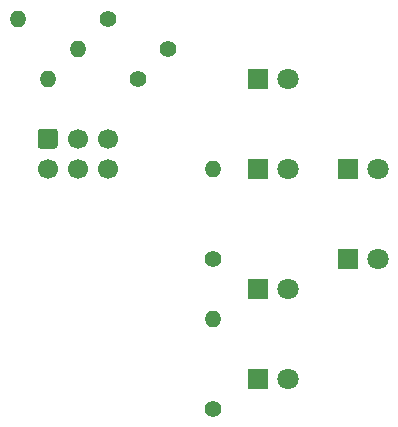
<source format=gtl>
G04 #@! TF.GenerationSoftware,KiCad,Pcbnew,5.1.10*
G04 #@! TF.CreationDate,2021-05-04T22:47:59+02:00*
G04 #@! TF.ProjectId,Signalsimulator,5369676e-616c-4736-996d-756c61746f72,rev?*
G04 #@! TF.SameCoordinates,Original*
G04 #@! TF.FileFunction,Copper,L1,Top*
G04 #@! TF.FilePolarity,Positive*
%FSLAX46Y46*%
G04 Gerber Fmt 4.6, Leading zero omitted, Abs format (unit mm)*
G04 Created by KiCad (PCBNEW 5.1.10) date 2021-05-04 22:47:59*
%MOMM*%
%LPD*%
G01*
G04 APERTURE LIST*
G04 #@! TA.AperFunction,ComponentPad*
%ADD10C,1.800000*%
G04 #@! TD*
G04 #@! TA.AperFunction,ComponentPad*
%ADD11R,1.800000X1.800000*%
G04 #@! TD*
G04 #@! TA.AperFunction,ComponentPad*
%ADD12O,1.400000X1.400000*%
G04 #@! TD*
G04 #@! TA.AperFunction,ComponentPad*
%ADD13C,1.400000*%
G04 #@! TD*
G04 #@! TA.AperFunction,ComponentPad*
%ADD14C,1.700000*%
G04 #@! TD*
G04 APERTURE END LIST*
D10*
X59690000Y-39370000D03*
D11*
X57150000Y-39370000D03*
X49530000Y-31750000D03*
D10*
X52070000Y-31750000D03*
X52070000Y-57150000D03*
D11*
X49530000Y-57150000D03*
X49530000Y-49530000D03*
D10*
X52070000Y-49530000D03*
X59690000Y-46990000D03*
D11*
X57150000Y-46990000D03*
X49530000Y-39370000D03*
D10*
X52070000Y-39370000D03*
D12*
X34290000Y-29210000D03*
D13*
X41910000Y-29210000D03*
X36830000Y-26670000D03*
D12*
X29210000Y-26670000D03*
D13*
X45720000Y-59690000D03*
D12*
X45720000Y-52070000D03*
X45720000Y-39370000D03*
D13*
X45720000Y-46990000D03*
D12*
X31750000Y-31750000D03*
D13*
X39370000Y-31750000D03*
G04 #@! TA.AperFunction,ComponentPad*
G36*
G01*
X31150000Y-35980000D02*
X32350000Y-35980000D01*
G75*
G02*
X32600000Y-36230000I0J-250000D01*
G01*
X32600000Y-37430000D01*
G75*
G02*
X32350000Y-37680000I-250000J0D01*
G01*
X31150000Y-37680000D01*
G75*
G02*
X30900000Y-37430000I0J250000D01*
G01*
X30900000Y-36230000D01*
G75*
G02*
X31150000Y-35980000I250000J0D01*
G01*
G37*
G04 #@! TD.AperFunction*
D14*
X34290000Y-36830000D03*
X36830000Y-36830000D03*
X31750000Y-39370000D03*
X34290000Y-39370000D03*
X36830000Y-39370000D03*
M02*

</source>
